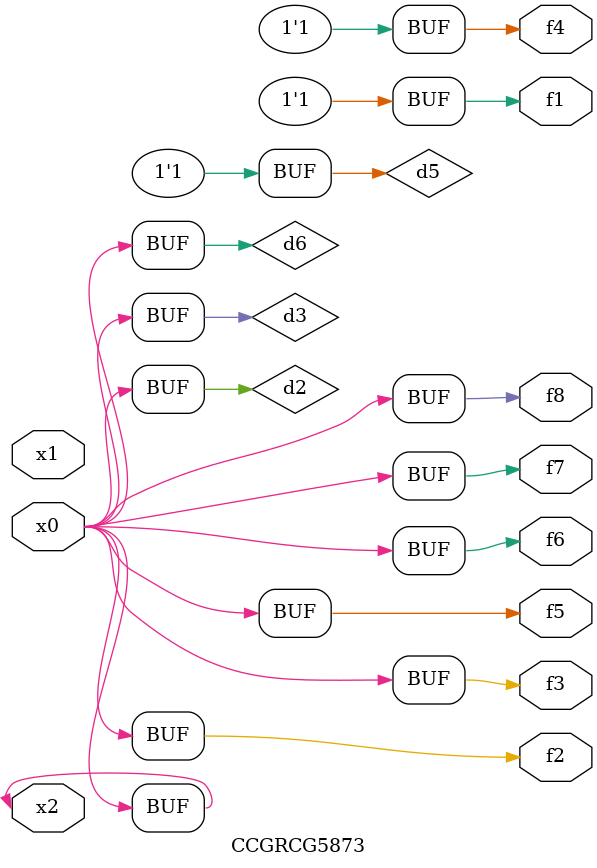
<source format=v>
module CCGRCG5873(
	input x0, x1, x2,
	output f1, f2, f3, f4, f5, f6, f7, f8
);

	wire d1, d2, d3, d4, d5, d6;

	xnor (d1, x2);
	buf (d2, x0, x2);
	and (d3, x0);
	xnor (d4, x1, x2);
	nand (d5, d1, d3);
	buf (d6, d2, d3);
	assign f1 = d5;
	assign f2 = d6;
	assign f3 = d6;
	assign f4 = d5;
	assign f5 = d6;
	assign f6 = d6;
	assign f7 = d6;
	assign f8 = d6;
endmodule

</source>
